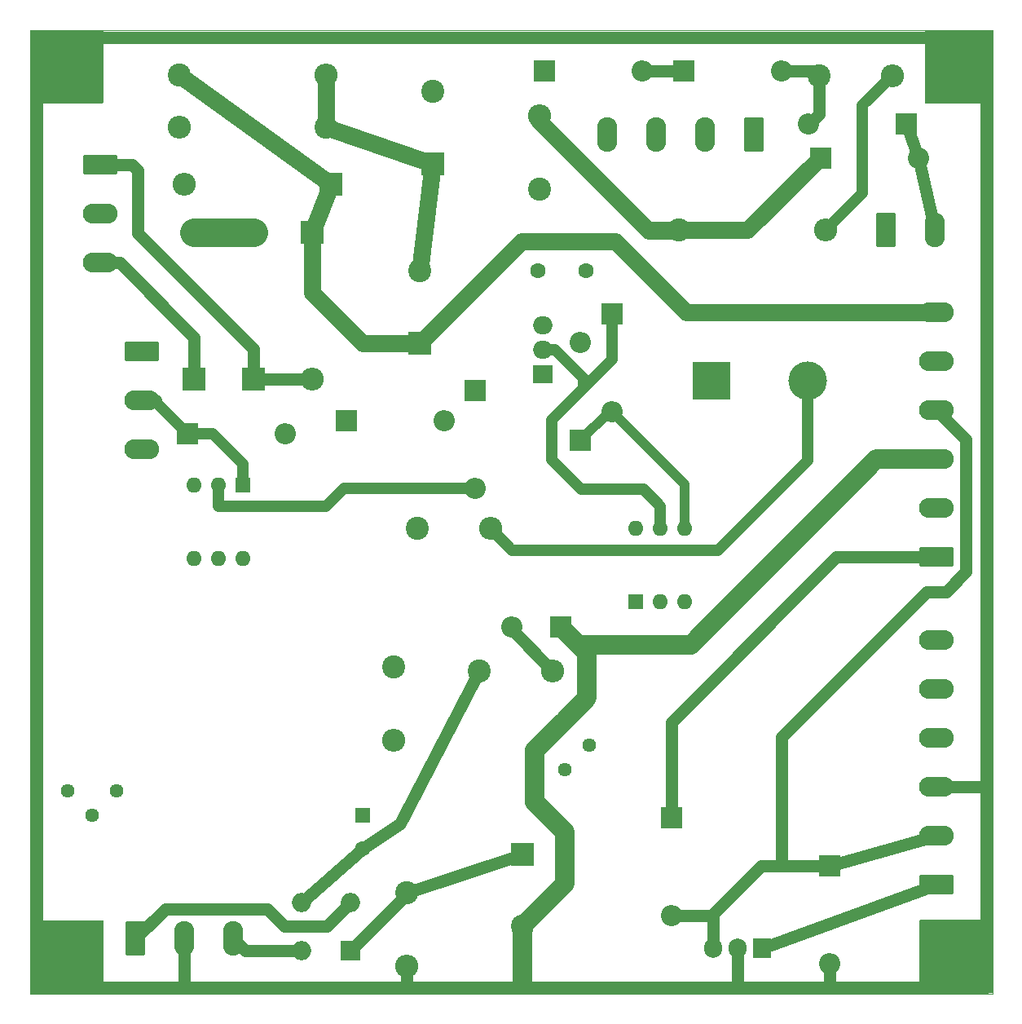
<source format=gbr>
%TF.GenerationSoftware,KiCad,Pcbnew,8.0.0*%
%TF.CreationDate,2024-02-29T12:59:18+01:00*%
%TF.ProjectId,G1-ALC,47312d41-4c43-42e6-9b69-6361645f7063,rev?*%
%TF.SameCoordinates,Original*%
%TF.FileFunction,Copper,L2,Bot*%
%TF.FilePolarity,Positive*%
%FSLAX46Y46*%
G04 Gerber Fmt 4.6, Leading zero omitted, Abs format (unit mm)*
G04 Created by KiCad (PCBNEW 8.0.0) date 2024-02-29 12:59:18*
%MOMM*%
%LPD*%
G01*
G04 APERTURE LIST*
G04 Aperture macros list*
%AMRoundRect*
0 Rectangle with rounded corners*
0 $1 Rounding radius*
0 $2 $3 $4 $5 $6 $7 $8 $9 X,Y pos of 4 corners*
0 Add a 4 corners polygon primitive as box body*
4,1,4,$2,$3,$4,$5,$6,$7,$8,$9,$2,$3,0*
0 Add four circle primitives for the rounded corners*
1,1,$1+$1,$2,$3*
1,1,$1+$1,$4,$5*
1,1,$1+$1,$6,$7*
1,1,$1+$1,$8,$9*
0 Add four rect primitives between the rounded corners*
20,1,$1+$1,$2,$3,$4,$5,0*
20,1,$1+$1,$4,$5,$6,$7,0*
20,1,$1+$1,$6,$7,$8,$9,0*
20,1,$1+$1,$8,$9,$2,$3,0*%
G04 Aperture macros list end*
%TA.AperFunction,ComponentPad*%
%ADD10RoundRect,0.249999X-1.550001X0.790001X-1.550001X-0.790001X1.550001X-0.790001X1.550001X0.790001X0*%
%TD*%
%TA.AperFunction,ComponentPad*%
%ADD11O,3.600000X2.080000*%
%TD*%
%TA.AperFunction,ComponentPad*%
%ADD12RoundRect,0.249999X-0.790001X-1.550001X0.790001X-1.550001X0.790001X1.550001X-0.790001X1.550001X0*%
%TD*%
%TA.AperFunction,ComponentPad*%
%ADD13O,2.080000X3.600000*%
%TD*%
%TA.AperFunction,ComponentPad*%
%ADD14RoundRect,0.249999X1.550001X-0.790001X1.550001X0.790001X-1.550001X0.790001X-1.550001X-0.790001X0*%
%TD*%
%TA.AperFunction,ComponentPad*%
%ADD15RoundRect,0.249999X0.790001X1.550001X-0.790001X1.550001X-0.790001X-1.550001X0.790001X-1.550001X0*%
%TD*%
%TA.AperFunction,ComponentPad*%
%ADD16R,2.400000X2.400000*%
%TD*%
%TA.AperFunction,ComponentPad*%
%ADD17C,2.400000*%
%TD*%
%TA.AperFunction,ComponentPad*%
%ADD18R,2.200000X2.200000*%
%TD*%
%TA.AperFunction,ComponentPad*%
%ADD19O,2.200000X2.200000*%
%TD*%
%TA.AperFunction,ComponentPad*%
%ADD20O,2.400000X2.400000*%
%TD*%
%TA.AperFunction,ComponentPad*%
%ADD21C,5.600000*%
%TD*%
%TA.AperFunction,ComponentPad*%
%ADD22R,1.905000X2.000000*%
%TD*%
%TA.AperFunction,ComponentPad*%
%ADD23O,1.905000X2.000000*%
%TD*%
%TA.AperFunction,ComponentPad*%
%ADD24R,1.600000X1.600000*%
%TD*%
%TA.AperFunction,ComponentPad*%
%ADD25O,1.600000X1.600000*%
%TD*%
%TA.AperFunction,ComponentPad*%
%ADD26R,4.000000X4.000000*%
%TD*%
%TA.AperFunction,ComponentPad*%
%ADD27C,4.000000*%
%TD*%
%TA.AperFunction,ComponentPad*%
%ADD28C,1.600000*%
%TD*%
%TA.AperFunction,ComponentPad*%
%ADD29R,2.000000X2.000000*%
%TD*%
%TA.AperFunction,ComponentPad*%
%ADD30O,2.000000X2.000000*%
%TD*%
%TA.AperFunction,ComponentPad*%
%ADD31C,1.440000*%
%TD*%
%TA.AperFunction,ComponentPad*%
%ADD32R,2.000000X1.905000*%
%TD*%
%TA.AperFunction,ComponentPad*%
%ADD33O,2.000000X1.905000*%
%TD*%
%TA.AperFunction,Conductor*%
%ADD34C,1.300000*%
%TD*%
%TA.AperFunction,Conductor*%
%ADD35C,1.800000*%
%TD*%
%TA.AperFunction,Conductor*%
%ADD36C,3.000000*%
%TD*%
%TA.AperFunction,Conductor*%
%ADD37C,1.200000*%
%TD*%
%TA.AperFunction,Conductor*%
%ADD38C,2.000000*%
%TD*%
%TA.AperFunction,Conductor*%
%ADD39C,1.000000*%
%TD*%
%TA.AperFunction,Profile*%
%ADD40C,0.100000*%
%TD*%
G04 APERTURE END LIST*
D10*
%TO.P,J102,1,Pin_1*%
%TO.N,/330VAC -*%
X57343500Y-38977500D03*
D11*
%TO.P,J102,2,Pin_2*%
%TO.N,unconnected-(J102-Pin_2-Pad2)*%
X57343500Y-44057500D03*
%TO.P,J102,3,Pin_3*%
%TO.N,/330VAC +*%
X57343500Y-49137500D03*
%TD*%
D12*
%TO.P,J101,1,Pin_1*%
%TO.N,/18 VAC -*%
X60960000Y-119340500D03*
D13*
%TO.P,J101,2,Pin_2*%
%TO.N,GNDPWR*%
X66040000Y-119340500D03*
%TO.P,J101,3,Pin_3*%
%TO.N,/18 VAC +*%
X71120000Y-119340500D03*
%TD*%
D14*
%TO.P,J107,1,Pin_1*%
%TO.N,+24V*%
X144222500Y-113700000D03*
D11*
%TO.P,J107,2,Pin_2*%
%TO.N,+12V*%
X144222500Y-108620000D03*
%TO.P,J107,3,Pin_3*%
%TO.N,GNDPWR*%
X144222500Y-103540000D03*
%TO.P,J107,4,Pin_4*%
%TO.N,ALC Out*%
X144222500Y-98460000D03*
%TO.P,J107,5,Pin_5*%
%TO.N,INH IN*%
X144222500Y-93380000D03*
%TO.P,J107,6,Pin_6*%
%TO.N,Class AB1_L*%
X144222500Y-88300000D03*
%TD*%
D14*
%TO.P,J108,1,Pin_1*%
%TO.N,+24V*%
X144222500Y-79700000D03*
D11*
%TO.P,J108,2,Pin_2*%
%TO.N,/G1 current trip (To Q3)*%
X144222500Y-74620000D03*
%TO.P,J108,3,Pin_3*%
%TO.N,GNDPWR*%
X144222500Y-69540000D03*
%TO.P,J108,4,Pin_4*%
%TO.N,+12V*%
X144222500Y-64460000D03*
%TO.P,J108,5,Pin_5*%
%TO.N,/Cathode*%
X144222500Y-59380000D03*
%TO.P,J108,6,Pin_6*%
%TO.N,/G2-Unreg*%
X144222500Y-54300000D03*
%TD*%
D12*
%TO.P,J104,1,Pin_1*%
%TO.N,/105 VAC +*%
X138960000Y-45722500D03*
D13*
%TO.P,J104,2,Pin_2*%
%TO.N,/105 VAC -*%
X144040000Y-45722500D03*
%TD*%
D15*
%TO.P,J103,1,Pin_1*%
%TO.N,/G1 meter -*%
X125222000Y-35853500D03*
D13*
%TO.P,J103,2,Pin_2*%
X120142000Y-35853500D03*
%TO.P,J103,3,Pin_3*%
%TO.N,/G1 meter +*%
X115062000Y-35853500D03*
%TO.P,J103,4,Pin_4*%
%TO.N,/G1 Switch*%
X109982000Y-35853500D03*
%TD*%
D10*
%TO.P,J105,1,Pin_1*%
%TO.N,/RV102 Cold*%
X61638700Y-58343800D03*
D11*
%TO.P,J105,2,Pin_2*%
%TO.N,/RV102 MID*%
X61638700Y-63423800D03*
%TO.P,J105,3,Pin_3*%
%TO.N,/RV102 HOT*%
X61638700Y-68503800D03*
%TD*%
D16*
%TO.P,C105,1*%
%TO.N,+24V*%
X101142800Y-110559200D03*
D17*
%TO.P,C105,2*%
%TO.N,GNDPWR*%
X101142800Y-118059200D03*
%TD*%
D18*
%TO.P,D301,1,K*%
%TO.N,/G1 Switch*%
X110500000Y-54420000D03*
D19*
%TO.P,D301,2,A*%
%TO.N,Net-(D114-K)*%
X110500000Y-64580000D03*
%TD*%
D17*
%TO.P,RLK1,1*%
%TO.N,Net-(U102D--)*%
X87824000Y-91135367D03*
D20*
%TO.P,RLK1,2*%
%TO.N,Net-(D121-K)*%
X87824000Y-98755367D03*
%TD*%
D21*
%TO.P,H104,1,1*%
%TO.N,GNDPWR*%
X146250000Y-121326000D03*
%TD*%
D22*
%TO.P,U101,1,VI*%
%TO.N,+24V*%
X126034800Y-120294400D03*
D23*
%TO.P,U101,2,GND*%
%TO.N,GNDPWR*%
X123494800Y-120294400D03*
%TO.P,U101,3,VO*%
%TO.N,+12V*%
X120954800Y-120294400D03*
%TD*%
D24*
%TO.P,U301,1*%
%TO.N,Net-(R301-Pad2)*%
X112975000Y-84300000D03*
D25*
%TO.P,U301,2*%
%TO.N,Class AB1_L*%
X115515000Y-84300000D03*
%TO.P,U301,3,NC*%
%TO.N,unconnected-(U301-NC-Pad3)*%
X118055000Y-84300000D03*
%TO.P,U301,4*%
%TO.N,Net-(D114-K)*%
X118055000Y-76680000D03*
%TO.P,U301,5*%
%TO.N,/G1 Switch*%
X115515000Y-76680000D03*
%TO.P,U301,6*%
%TO.N,unconnected-(U301-Pad6)*%
X112975000Y-76680000D03*
%TD*%
D16*
%TO.P,D103,1,K*%
%TO.N,/330VAC -*%
X73230000Y-61230000D03*
D20*
%TO.P,D103,2,A*%
%TO.N,/Cathode*%
X73230000Y-45990000D03*
%TD*%
D18*
%TO.P,D120,1,K*%
%TO.N,+12V*%
X133096000Y-111760000D03*
D19*
%TO.P,D120,2,A*%
%TO.N,GNDPWR*%
X133096000Y-121920000D03*
%TD*%
D26*
%TO.P,C103,1*%
%TO.N,/Cathode*%
X120839775Y-61384316D03*
D27*
%TO.P,C103,2*%
%TO.N,Net-(C103-Pad2)*%
X130839775Y-61384316D03*
%TD*%
D17*
%TO.P,R103,1*%
%TO.N,Net-(D110-A)*%
X131965000Y-29710000D03*
D20*
%TO.P,R103,2*%
%TO.N,Net-(C103-Pad2)*%
X139585000Y-29710000D03*
%TD*%
D21*
%TO.P,H103,1,1*%
%TO.N,GNDPWR*%
X53750000Y-121250000D03*
%TD*%
D18*
%TO.P,D110,1,K*%
%TO.N,/105 VAC -*%
X141080000Y-34750000D03*
D19*
%TO.P,D110,2,A*%
%TO.N,Net-(D110-A)*%
X130920000Y-34750000D03*
%TD*%
D18*
%TO.P,D119,1,K*%
%TO.N,+24V*%
X116669476Y-106783000D03*
D19*
%TO.P,D119,2,A*%
%TO.N,+12V*%
X116669476Y-116943000D03*
%TD*%
D24*
%TO.P,U103,1*%
%TO.N,/RV102 MID*%
X72121000Y-72229500D03*
D25*
%TO.P,U103,2*%
%TO.N,/G1 meter +*%
X69581000Y-72229500D03*
%TO.P,U103,3,NC*%
%TO.N,unconnected-(U103-NC-Pad3)*%
X67041000Y-72229500D03*
%TO.P,U103,4*%
%TO.N,Net-(C118-Pad1)*%
X67041000Y-79849500D03*
%TO.P,U103,5*%
%TO.N,+12V*%
X69581000Y-79849500D03*
%TO.P,U103,6*%
%TO.N,unconnected-(U103-Pad6)*%
X72121000Y-79849500D03*
%TD*%
D18*
%TO.P,D118,1,K*%
%TO.N,GNDPWR*%
X105116182Y-86928000D03*
D19*
%TO.P,D118,2,A*%
%TO.N,-12V*%
X100036182Y-86928000D03*
%TD*%
D18*
%TO.P,D111,1,K*%
%TO.N,/Cathode*%
X132170000Y-38250000D03*
D19*
%TO.P,D111,2,A*%
%TO.N,/105 VAC -*%
X142330000Y-38250000D03*
%TD*%
D17*
%TO.P,R110,1*%
%TO.N,Net-(BR101--)*%
X96715000Y-91500000D03*
D20*
%TO.P,R110,2*%
%TO.N,-12V*%
X104335000Y-91500000D03*
%TD*%
D16*
%TO.P,D104,1,K*%
%TO.N,/G2-Unreg*%
X81280000Y-40960000D03*
D20*
%TO.P,D104,2,A*%
%TO.N,/330VAC +*%
X66040000Y-40960000D03*
%TD*%
D17*
%TO.P,R101,1*%
%TO.N,/G2-Unreg*%
X65560000Y-29660000D03*
D20*
%TO.P,R101,2*%
%TO.N,Net-(C101-Pad2)*%
X80800000Y-29660000D03*
%TD*%
D18*
%TO.P,D114,1,K*%
%TO.N,Net-(D114-K)*%
X107193376Y-67580000D03*
D19*
%TO.P,D114,2,A*%
%TO.N,Net-(D114-A)*%
X107193376Y-57420000D03*
%TD*%
D17*
%TO.P,R105,1*%
%TO.N,/RV102 HOT*%
X90215000Y-76750000D03*
D20*
%TO.P,R105,2*%
%TO.N,Net-(C103-Pad2)*%
X97835000Y-76750000D03*
%TD*%
D18*
%TO.P,D112,1,K*%
%TO.N,/105 VAC +*%
X117920000Y-29210000D03*
D19*
%TO.P,D112,2,A*%
%TO.N,Net-(D110-A)*%
X128080000Y-29210000D03*
%TD*%
D28*
%TO.P,C104,1*%
%TO.N,/G1 Switch*%
X107750000Y-50000000D03*
%TO.P,C104,2*%
%TO.N,/RV102 Cold*%
X102750000Y-50000000D03*
%TD*%
D18*
%TO.P,D115,1,K*%
%TO.N,/G1 meter +*%
X82910000Y-65500000D03*
D19*
%TO.P,D115,2,A*%
%TO.N,/G1 meter -*%
X93070000Y-65500000D03*
%TD*%
D17*
%TO.P,R102,1*%
%TO.N,Net-(C101-Pad2)*%
X80800000Y-35050000D03*
D20*
%TO.P,R102,2*%
%TO.N,unconnected-(R102-Pad2)*%
X65560000Y-35050000D03*
%TD*%
D16*
%TO.P,C101,1*%
%TO.N,/G2-Unreg*%
X90500000Y-57500000D03*
D17*
%TO.P,C101,2*%
%TO.N,Net-(C101-Pad2)*%
X90500000Y-50000000D03*
%TD*%
%TO.P,R107,1*%
%TO.N,/G1 Switch*%
X102920800Y-41537400D03*
D20*
%TO.P,R107,2*%
%TO.N,/Cathode*%
X102920800Y-33917400D03*
%TD*%
D17*
%TO.P,R104,1*%
%TO.N,/Cathode*%
X117460000Y-45770000D03*
D20*
%TO.P,R104,2*%
%TO.N,Net-(C103-Pad2)*%
X132700000Y-45770000D03*
%TD*%
D29*
%TO.P,BR101,1,+*%
%TO.N,+24V*%
X83272000Y-120610000D03*
D30*
%TO.P,BR101,2*%
%TO.N,/18 VAC -*%
X83272000Y-115610000D03*
%TO.P,BR101,3,-*%
%TO.N,Net-(BR101--)*%
X78272000Y-115610000D03*
%TO.P,BR101,4*%
%TO.N,/18 VAC +*%
X78272000Y-120610000D03*
%TD*%
D18*
%TO.P,D113,1,K*%
%TO.N,/Cathode*%
X103420000Y-29210000D03*
D19*
%TO.P,D113,2,A*%
%TO.N,/105 VAC +*%
X113580000Y-29210000D03*
%TD*%
D16*
%TO.P,C102,1*%
%TO.N,Net-(C101-Pad2)*%
X91821000Y-38869000D03*
D17*
%TO.P,C102,2*%
%TO.N,unconnected-(C102-Pad2)*%
X91821000Y-31369000D03*
%TD*%
D31*
%TO.P,RV103,1,1*%
%TO.N,Net-(D121-A)*%
X105540476Y-101740000D03*
%TO.P,RV103,2,2*%
%TO.N,Net-(R114-Pad1)*%
X108080476Y-99200000D03*
%TO.P,RV103,3,3*%
%TO.N,GNDPWR*%
X105540476Y-96660000D03*
%TD*%
D16*
%TO.P,D101,1,K*%
%TO.N,/G2-Unreg*%
X79320000Y-45960000D03*
D20*
%TO.P,D101,2,A*%
%TO.N,/330VAC -*%
X79320000Y-61200000D03*
%TD*%
D21*
%TO.P,H101,1,1*%
%TO.N,GNDPWR*%
X146250000Y-28750000D03*
%TD*%
D24*
%TO.P,C107,1*%
%TO.N,GNDPWR*%
X84582000Y-106482000D03*
D28*
%TO.P,C107,2*%
%TO.N,Net-(BR101--)*%
X84582000Y-109982000D03*
%TD*%
D31*
%TO.P,RV101,1,1*%
%TO.N,Net-(R122-Pad2)*%
X53950000Y-103945000D03*
%TO.P,RV101,2,2*%
%TO.N,GNDPWR*%
X56490000Y-106485000D03*
%TO.P,RV101,3,3*%
X59030000Y-103945000D03*
%TD*%
D32*
%TO.P,Q101,1,B*%
%TO.N,Net-(D114-A)*%
X103250000Y-60750000D03*
D33*
%TO.P,Q101,2,C*%
%TO.N,/G1 Switch*%
X103250000Y-58210000D03*
%TO.P,Q101,3,E*%
%TO.N,/RV102 Cold*%
X103250000Y-55670000D03*
%TD*%
D21*
%TO.P,H102,1,1*%
%TO.N,GNDPWR*%
X53750000Y-28750000D03*
%TD*%
D18*
%TO.P,D117,1,K*%
%TO.N,/RV102 MID*%
X66370000Y-66910000D03*
D19*
%TO.P,D117,2,A*%
%TO.N,/G1 meter +*%
X76530000Y-66910000D03*
%TD*%
D16*
%TO.P,D102,1,K*%
%TO.N,/330VAC +*%
X67070000Y-61230000D03*
D20*
%TO.P,D102,2,A*%
%TO.N,/Cathode*%
X67070000Y-45990000D03*
%TD*%
D17*
%TO.P,R109,1*%
%TO.N,+24V*%
X89154000Y-114571000D03*
D20*
%TO.P,R109,2*%
%TO.N,GNDPWR*%
X89154000Y-122191000D03*
%TD*%
D18*
%TO.P,D116,1,K*%
%TO.N,/G1 meter -*%
X96250000Y-62420000D03*
D19*
%TO.P,D116,2,A*%
%TO.N,/G1 meter +*%
X96250000Y-72580000D03*
%TD*%
D34*
%TO.N,+24V*%
X133800000Y-79700000D02*
X144222500Y-79700000D01*
X116669476Y-106783000D02*
X116669476Y-96830524D01*
X89154000Y-114571000D02*
X101142800Y-110559200D01*
X89154000Y-114728000D02*
X83272000Y-120610000D01*
X126034800Y-120294400D02*
X144222500Y-113700000D01*
X116669476Y-96830524D02*
X133800000Y-79700000D01*
%TO.N,/18 VAC -*%
X64060500Y-116240000D02*
X74700000Y-116240000D01*
X76480000Y-118020000D02*
X80862000Y-118020000D01*
X80862000Y-118020000D02*
X83272000Y-115610000D01*
X60960000Y-119340500D02*
X64060500Y-116240000D01*
X74700000Y-116240000D02*
X76480000Y-118020000D01*
%TO.N,Net-(BR101--)*%
X84582000Y-109982000D02*
X88480000Y-107360000D01*
X88480000Y-107360000D02*
X96715000Y-91500000D01*
X84582000Y-109982000D02*
X78272000Y-115610000D01*
%TO.N,/18 VAC +*%
X78272000Y-120610000D02*
X72389500Y-120610000D01*
X72389500Y-120610000D02*
X71120000Y-119340500D01*
D35*
%TO.N,/G2-Unreg*%
X118234516Y-54300000D02*
X144222500Y-54300000D01*
X79320000Y-45960000D02*
X81280000Y-40960000D01*
X84580000Y-57500000D02*
X79320000Y-52240000D01*
X90500000Y-57500000D02*
X84580000Y-57500000D01*
X90500000Y-57500000D02*
X101100000Y-46900000D01*
X79320000Y-52240000D02*
X79320000Y-45960000D01*
X65560000Y-29660000D02*
X81280000Y-40960000D01*
X110834516Y-46900000D02*
X118234516Y-54300000D01*
X101100000Y-46900000D02*
X110834516Y-46900000D01*
%TO.N,Net-(C101-Pad2)*%
X80800000Y-35050000D02*
X80800000Y-29660000D01*
X91821000Y-38869000D02*
X80800000Y-35050000D01*
X90500000Y-50000000D02*
X91821000Y-38869000D01*
%TO.N,/Cathode*%
X114364200Y-45770000D02*
X114297100Y-45837100D01*
X114297100Y-45837100D02*
X117527100Y-45837100D01*
X117460000Y-45770000D02*
X114364200Y-45770000D01*
D36*
X67080000Y-45980000D02*
X73220000Y-45980000D01*
D35*
X114297100Y-45837100D02*
X102920800Y-34460800D01*
X102920800Y-34460800D02*
X102920800Y-33917400D01*
X124550000Y-45770000D02*
X132070000Y-38250000D01*
X117460000Y-45770000D02*
X124550000Y-45770000D01*
D37*
%TO.N,Net-(C103-Pad2)*%
X100085000Y-79000000D02*
X121510000Y-79000000D01*
X130839775Y-69670225D02*
X130839775Y-61384316D01*
X132700000Y-45770000D02*
X136520000Y-41950000D01*
X136520000Y-41950000D02*
X136520000Y-32775000D01*
X136520000Y-32775000D02*
X139585000Y-29710000D01*
X97835000Y-76750000D02*
X100085000Y-79000000D01*
X121510000Y-79000000D02*
X130839775Y-69670225D01*
%TO.N,/G1 Switch*%
X107515000Y-62195000D02*
X107515000Y-61125000D01*
X107515000Y-61125000D02*
X104600000Y-58210000D01*
X107272632Y-72662632D02*
X113762632Y-72662632D01*
X104220000Y-69610000D02*
X107272632Y-72662632D01*
X104220000Y-65490000D02*
X104220000Y-69610000D01*
X110500000Y-59210000D02*
X107515000Y-62195000D01*
X104600000Y-58210000D02*
X103250000Y-58210000D01*
X107515000Y-62195000D02*
X104220000Y-65490000D01*
X110500000Y-54420000D02*
X110500000Y-59210000D01*
X113762632Y-72662632D02*
X115515000Y-74415000D01*
X115515000Y-74415000D02*
X115515000Y-76680000D01*
D34*
%TO.N,GNDPWR*%
X66040000Y-124007000D02*
X66040000Y-119340500D01*
X101142800Y-124426000D02*
X123215400Y-124426000D01*
D38*
X102480000Y-105140000D02*
X102480000Y-99720476D01*
D34*
X149350000Y-124350000D02*
X149350000Y-104000000D01*
D38*
X105116182Y-86928000D02*
X107900000Y-89711818D01*
D34*
X56750000Y-25750000D02*
X53750000Y-28750000D01*
D38*
X107900000Y-89711818D02*
X107900000Y-94300476D01*
X107900000Y-94300476D02*
X105540476Y-96660000D01*
X101142800Y-123582800D02*
X101200000Y-123640000D01*
D34*
X89154000Y-124426000D02*
X101142800Y-124426000D01*
X133096000Y-121920000D02*
X133096000Y-124426000D01*
X123494800Y-124146600D02*
X123494800Y-120294400D01*
X123215400Y-124426000D02*
X123494800Y-124146600D01*
X50684000Y-118184000D02*
X50684000Y-30750000D01*
X56926000Y-124426000D02*
X53750000Y-121250000D01*
X89154000Y-124426000D02*
X89154000Y-122191000D01*
X149250000Y-25750000D02*
X56750000Y-25750000D01*
X89154000Y-124426000D02*
X65951000Y-124426000D01*
D38*
X102480000Y-99720476D02*
X105540476Y-96660000D01*
X118680000Y-88820000D02*
X137960000Y-69540000D01*
D34*
X149274000Y-124426000D02*
X149350000Y-124350000D01*
X65951000Y-124426000D02*
X65786000Y-124261000D01*
X144222500Y-103540000D02*
X148890000Y-103540000D01*
X65786000Y-124261000D02*
X66040000Y-124007000D01*
X149350000Y-25650000D02*
X149250000Y-25750000D01*
X50684000Y-30750000D02*
X51750000Y-30750000D01*
X65621000Y-124426000D02*
X56926000Y-124426000D01*
D38*
X105540476Y-113661524D02*
X105540476Y-108200476D01*
X107008182Y-88820000D02*
X118680000Y-88820000D01*
D34*
X123215400Y-124426000D02*
X133096000Y-124426000D01*
X51750000Y-30750000D02*
X53750000Y-28750000D01*
X148890000Y-103540000D02*
X149350000Y-104000000D01*
X149350000Y-104000000D02*
X149350000Y-25650000D01*
X53750000Y-121250000D02*
X50684000Y-118184000D01*
X65786000Y-124261000D02*
X65621000Y-124426000D01*
D38*
X105540476Y-108200476D02*
X102480000Y-105140000D01*
X137960000Y-69540000D02*
X144222500Y-69540000D01*
X105116182Y-86928000D02*
X107008182Y-88820000D01*
D34*
X133096000Y-124426000D02*
X149274000Y-124426000D01*
D38*
X101142800Y-118059200D02*
X101142800Y-123582800D01*
X101142800Y-118059200D02*
X105540476Y-113661524D01*
D34*
%TO.N,-12V*%
X100036182Y-87201182D02*
X104335000Y-91500000D01*
%TO.N,+12V*%
X133096000Y-111760000D02*
X128099476Y-111760000D01*
X120954800Y-120068074D02*
X120954800Y-116785200D01*
X147270000Y-67507500D02*
X144222500Y-64460000D01*
X128099476Y-98400524D02*
X143180000Y-83320000D01*
X143180000Y-83320000D02*
X145160000Y-83320000D01*
X120797000Y-116943000D02*
X120954800Y-116785200D01*
X147270000Y-81210000D02*
X147270000Y-67507500D01*
X120954800Y-116785200D02*
X125980000Y-111760000D01*
X128099476Y-111760000D02*
X128099476Y-98400524D01*
X145160000Y-83320000D02*
X147270000Y-81210000D01*
X133096000Y-111760000D02*
X144222500Y-108620000D01*
X125980000Y-111760000D02*
X128099476Y-111760000D01*
X116669476Y-116943000D02*
X120797000Y-116943000D01*
%TO.N,/330VAC -*%
X61193500Y-46043500D02*
X73230000Y-58080000D01*
X60636529Y-38977500D02*
X61193500Y-39534471D01*
X73230000Y-58080000D02*
X73230000Y-61230000D01*
X73230000Y-61230000D02*
X79290000Y-61230000D01*
X57343500Y-38977500D02*
X60636529Y-38977500D01*
X61193500Y-39534471D02*
X61193500Y-46043500D01*
%TO.N,/330VAC +*%
X59312500Y-49137500D02*
X57343500Y-49137500D01*
X67070000Y-56895000D02*
X67070000Y-61230000D01*
X59312500Y-49137500D02*
X67070000Y-56895000D01*
%TO.N,Net-(D110-A)*%
X131965000Y-29710000D02*
X131965000Y-33705000D01*
X131965000Y-33705000D02*
X130920000Y-34750000D01*
X128080000Y-29210000D02*
X131465000Y-29210000D01*
X131465000Y-29210000D02*
X131965000Y-29710000D01*
%TO.N,/105 VAC -*%
X142330000Y-38250000D02*
X141080000Y-34750000D01*
X144040000Y-45722500D02*
X142330000Y-38250000D01*
%TO.N,/105 VAC +*%
X113580000Y-29210000D02*
X117920000Y-29210000D01*
D37*
%TO.N,/G1 meter +*%
X80750000Y-74470000D02*
X69581000Y-74470000D01*
X82640000Y-72580000D02*
X80750000Y-74470000D01*
X96250000Y-72580000D02*
X82640000Y-72580000D01*
X69581000Y-74470000D02*
X69581000Y-72229500D01*
D39*
%TO.N,Net-(D114-K)*%
X118055000Y-76680000D02*
X118055000Y-72135000D01*
X110193376Y-64580000D02*
X107193376Y-67580000D01*
X118055000Y-72135000D02*
X110500000Y-64580000D01*
D37*
%TO.N,/RV102 MID*%
X63144400Y-63423800D02*
X63144400Y-63684400D01*
X63144400Y-63423800D02*
X61638700Y-63423800D01*
X72121000Y-72229500D02*
X72121000Y-70012800D01*
X69018200Y-66910000D02*
X66370000Y-66910000D01*
X72121000Y-70012800D02*
X69018200Y-66910000D01*
X63144400Y-63684400D02*
X66370000Y-66910000D01*
%TD*%
%TA.AperFunction,Conductor*%
%TO.N,GNDPWR*%
G36*
X57615039Y-25019685D02*
G01*
X57660794Y-25072489D01*
X57672000Y-25124000D01*
X57672000Y-32448000D01*
X57652315Y-32515039D01*
X57599511Y-32560794D01*
X57548000Y-32572000D01*
X50158000Y-32572000D01*
X50090961Y-32552315D01*
X50045206Y-32499511D01*
X50034000Y-32448000D01*
X50034000Y-25124000D01*
X50053685Y-25056961D01*
X50106489Y-25011206D01*
X50158000Y-25000000D01*
X57548000Y-25000000D01*
X57615039Y-25019685D01*
G37*
%TD.AperFunction*%
%TD*%
%TA.AperFunction,Conductor*%
%TO.N,GNDPWR*%
G36*
X149943039Y-117359685D02*
G01*
X149988794Y-117412489D01*
X150000000Y-117464000D01*
X150000000Y-124868000D01*
X149980315Y-124935039D01*
X149927511Y-124980794D01*
X149876000Y-124992000D01*
X142568000Y-124992000D01*
X142500961Y-124972315D01*
X142455206Y-124919511D01*
X142444000Y-124868000D01*
X142444000Y-117464000D01*
X142463685Y-117396961D01*
X142516489Y-117351206D01*
X142568000Y-117340000D01*
X149876000Y-117340000D01*
X149943039Y-117359685D01*
G37*
%TD.AperFunction*%
%TD*%
%TA.AperFunction,Conductor*%
%TO.N,GNDPWR*%
G36*
X57625039Y-117429685D02*
G01*
X57670794Y-117482489D01*
X57682000Y-117534000D01*
X57682000Y-124938000D01*
X57662315Y-125005039D01*
X57609511Y-125050794D01*
X57558000Y-125062000D01*
X50158000Y-125062000D01*
X50090961Y-125042315D01*
X50045206Y-124989511D01*
X50034000Y-124938000D01*
X50034000Y-117534000D01*
X50053685Y-117466961D01*
X50106489Y-117421206D01*
X50158000Y-117410000D01*
X57558000Y-117410000D01*
X57625039Y-117429685D01*
G37*
%TD.AperFunction*%
%TD*%
%TA.AperFunction,Conductor*%
%TO.N,GNDPWR*%
G36*
X149943039Y-25019685D02*
G01*
X149988794Y-25072489D01*
X150000000Y-25124000D01*
X150000000Y-32508000D01*
X149980315Y-32575039D01*
X149927511Y-32620794D01*
X149876000Y-32632000D01*
X143190579Y-32632000D01*
X143123540Y-32612315D01*
X143110648Y-32602800D01*
X143038069Y-32541605D01*
X142999505Y-32483342D01*
X142994000Y-32446805D01*
X142994000Y-25124000D01*
X143013685Y-25056961D01*
X143066489Y-25011206D01*
X143118000Y-25000000D01*
X149876000Y-25000000D01*
X149943039Y-25019685D01*
G37*
%TD.AperFunction*%
%TD*%
D40*
X50034000Y-25000000D02*
X150000000Y-25000000D01*
X150000000Y-125076000D01*
X50034000Y-125076000D01*
X50034000Y-25000000D01*
M02*

</source>
